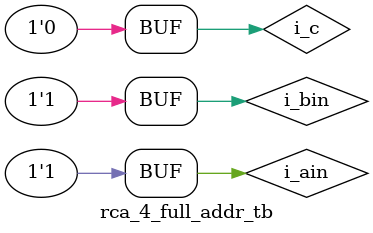
<source format=v>
 module half_adder(
	                  sum,
					  carry,
					  a,
					  b);
	output            sum;
	output            carry;
	
	input             a;	
	input             b;
	
	xor x1  (sum,a,b);
	and a1  (carry,a,b);
	
    endmodule
	
	module full_adder(
	                  o_s,
					  o_c,
					  i_a,
					  i_b,
					  i_cin);
	output          o_s;
    output          o_c;
    
    input           i_a;
	input           i_b;
    input           i_cin;
	wire            x,y,z;
	
	half_adder h1(.a(i_a),.b(i_b),.sum(x),.carry(z));
	half_adder h2(.a(x),.b(i_cin),.sum(o_s),.carry(y));
	or o1 (o_c,y,z);
    endmodule

//------------------Testbench------------------------------------
    module full_adder_tb();
            wire       o_s;
	        wire       o_c;
	        reg        i_a;
        	reg        i_b;
	        reg        i_cin;
	
	full_adder dut(
	               .o_s(o_s),
				   .o_c(o_c),
				   .i_a(i_a),
				   .i_b(i_b),
				   .i_cin(i_cin));
	
    initial $monitor ($time,"/t %b /t %b /t %b /t %b /t %b",o_s,o_c,i_a,i_b,i_cin);	 
	
	initial begin //input signal
	    i_a = 1'b0;   i_b = 1'b0;  i_cin=1'b0; #10;
		i_a = 1'b0;   i_b = 1'b1;  i_cin=1'b0; #10;
		i_a = 1'b1;   i_b = 1'b0;  i_cin=1'b0; #10;
		i_a = 1'b1;   i_b = 1'b1;  i_cin=1'b0; #10;
	end
    endmodule
//-----------------------------------------------------------
    module rca_4_full_addr(
                            o_sum,
					 	    o_cy,
						    i_ain,
						    i_bin,
						    i_c);
	output [3:0]        o_sum;
	output              o_cy;
	
	input  [3:0]        i_ain;
	input  [3:0]        i_bin;
	input               i_c;
	
	wire                c0,c1,c2;
	
	full_adder f1 ( .o_s(o_sum[0]),
	                .o_c(c0),
	                .i_a(i_ain[0]),
                    .i_b(i_bin[0]),
	                .i_cin(i_c));
					
	full_adder f2 ( .o_s(o_sum[1]),
	                .o_c(c1),
	                .i_a(i_ain[1]),
                    .i_b(i_bin[1]),
	                .i_cin(c0));
					
	full_adder f3 ( .o_s(o_sum[2]),
	                .o_c(c2),
	                .i_a(i_ain[2]),
                    .i_b(i_bin[2]),
	                .i_cin(c1));		

	full_adder f4 ( .o_s(o_sum[3]),
	                .o_c(o_cy),
	                .i_a(i_ain[3]),
                    .i_b(i_bin[3]),
	                .i_cin(c2));	
    endmodule					
//---------------------Testbench--------------------------------------
    module rca_4_full_addr_tb();
    wire        o_sum;
	wire     	o_cy;
    reg	    	i_ain;
	reg			i_bin;
	reg			i_c;
	
	rca_4_full_addr dut(
	                    .o_sum(o_sum),
				        .o_cy(o_cy),
				        .i_ain(i_ain),
				        .i_bin(i_bin),
				        .i_c(i_c));
	
    initial $monitor ($time,"/t %b /t %b /t %b /t %b /t %b",o_sum,o_cy,i_ain,i_bin,i_c);	 
	
	initial begin //input signal
	    i_ain = 1'b0;   i_bin = 1'b0;  i_c=1'b0; #10;
		i_ain = 1'b0;   i_bin = 1'b1;  i_c=1'b0; #10;
		i_ain = 1'b1;   i_bin = 1'b0;  i_c=1'b0; #10;
		i_ain = 1'b1;   i_bin = 1'b1;  i_c=1'b0; #10;
	end
    endmodule

</source>
